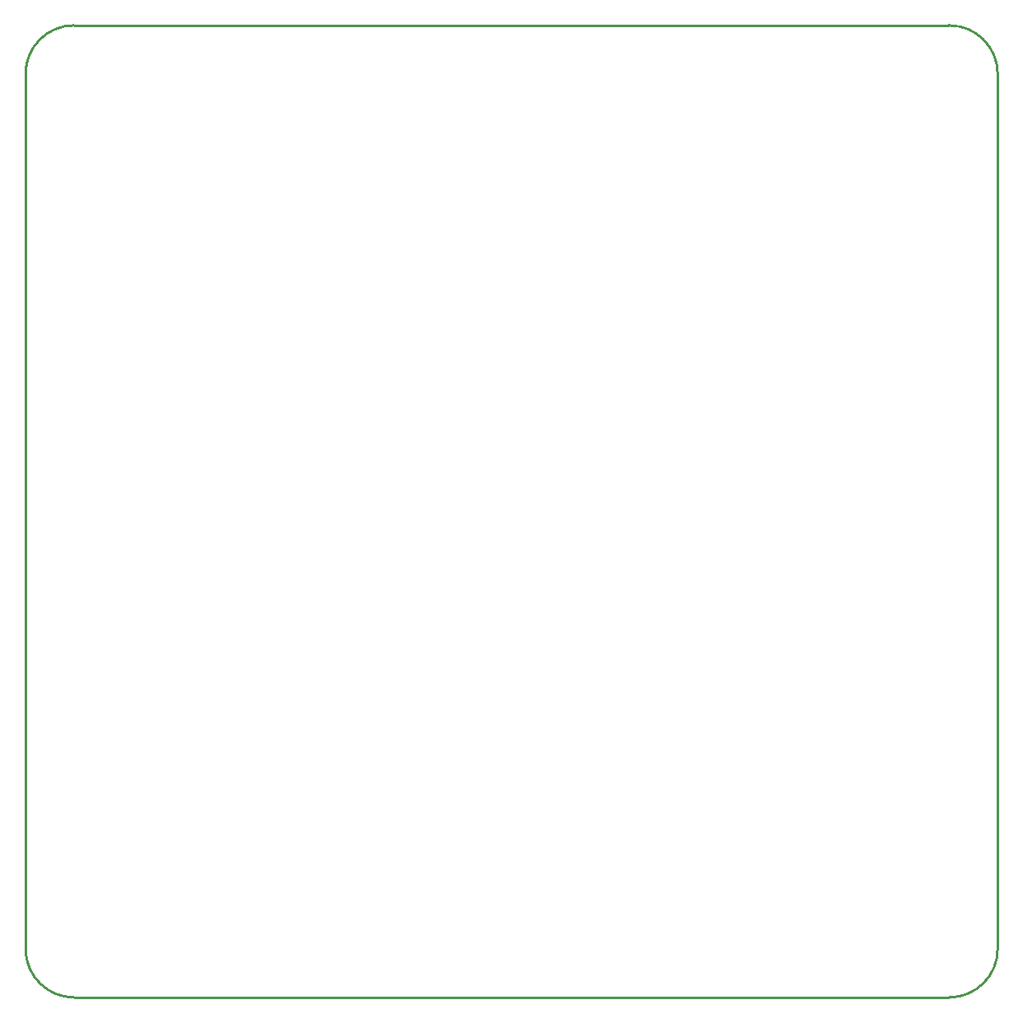
<source format=gko>
G04*
G04 #@! TF.GenerationSoftware,Altium Limited,Altium Designer,19.0.4 (130)*
G04*
G04 Layer_Color=16711935*
%FSLAX24Y24*%
%MOIN*%
G70*
G01*
G75*
%ADD10C,0.0100*%
D10*
Y1950D02*
G03*
X1970Y-0I1960J10D01*
G01*
X37420Y0D02*
G03*
X39370Y1970I-10J1960D01*
G01*
Y37420D02*
G03*
X37400Y39370I-1960J-10D01*
G01*
X1950D02*
G03*
X0Y37400I10J-1960D01*
G01*
Y1969D02*
Y37402D01*
X1969Y39370D02*
X37402D01*
X1969Y0D02*
X37402D01*
X39370Y1969D02*
Y37402D01*
M02*

</source>
